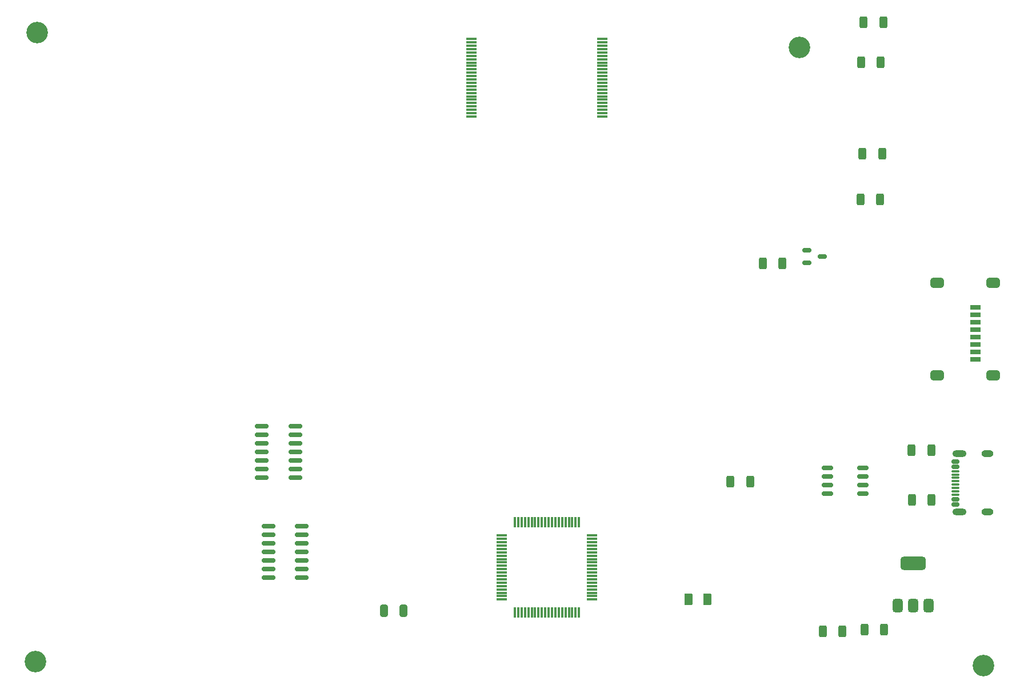
<source format=gtp>
G04 #@! TF.GenerationSoftware,KiCad,Pcbnew,9.0.1*
G04 #@! TF.CreationDate,2025-09-03T14:35:04-07:00*
G04 #@! TF.ProjectId,Project68,50726f6a-6563-4743-9638-2e6b69636164,rev?*
G04 #@! TF.SameCoordinates,Original*
G04 #@! TF.FileFunction,Paste,Top*
G04 #@! TF.FilePolarity,Positive*
%FSLAX46Y46*%
G04 Gerber Fmt 4.6, Leading zero omitted, Abs format (unit mm)*
G04 Created by KiCad (PCBNEW 9.0.1) date 2025-09-03 14:35:04*
%MOMM*%
%LPD*%
G01*
G04 APERTURE LIST*
G04 Aperture macros list*
%AMRoundRect*
0 Rectangle with rounded corners*
0 $1 Rounding radius*
0 $2 $3 $4 $5 $6 $7 $8 $9 X,Y pos of 4 corners*
0 Add a 4 corners polygon primitive as box body*
4,1,4,$2,$3,$4,$5,$6,$7,$8,$9,$2,$3,0*
0 Add four circle primitives for the rounded corners*
1,1,$1+$1,$2,$3*
1,1,$1+$1,$4,$5*
1,1,$1+$1,$6,$7*
1,1,$1+$1,$8,$9*
0 Add four rect primitives between the rounded corners*
20,1,$1+$1,$2,$3,$4,$5,0*
20,1,$1+$1,$4,$5,$6,$7,0*
20,1,$1+$1,$6,$7,$8,$9,0*
20,1,$1+$1,$8,$9,$2,$3,0*%
G04 Aperture macros list end*
%ADD10RoundRect,0.250000X-0.312500X-0.625000X0.312500X-0.625000X0.312500X0.625000X-0.312500X0.625000X0*%
%ADD11RoundRect,0.150000X-0.825000X-0.150000X0.825000X-0.150000X0.825000X0.150000X-0.825000X0.150000X0*%
%ADD12C,3.200000*%
%ADD13RoundRect,0.150000X-0.512500X-0.150000X0.512500X-0.150000X0.512500X0.150000X-0.512500X0.150000X0*%
%ADD14RoundRect,0.375000X0.375000X-0.625000X0.375000X0.625000X-0.375000X0.625000X-0.375000X-0.625000X0*%
%ADD15RoundRect,0.500000X1.400000X-0.500000X1.400000X0.500000X-1.400000X0.500000X-1.400000X-0.500000X0*%
%ADD16RoundRect,0.250000X0.375000X0.625000X-0.375000X0.625000X-0.375000X-0.625000X0.375000X-0.625000X0*%
%ADD17RoundRect,0.150000X0.425000X-0.150000X0.425000X0.150000X-0.425000X0.150000X-0.425000X-0.150000X0*%
%ADD18RoundRect,0.075000X0.500000X-0.075000X0.500000X0.075000X-0.500000X0.075000X-0.500000X-0.075000X0*%
%ADD19O,2.100000X1.000000*%
%ADD20O,1.800000X1.000000*%
%ADD21RoundRect,0.075000X0.712500X0.075000X-0.712500X0.075000X-0.712500X-0.075000X0.712500X-0.075000X0*%
%ADD22R,1.500000X0.800000*%
%ADD23RoundRect,0.362500X-0.637500X0.362500X-0.637500X-0.362500X0.637500X-0.362500X0.637500X0.362500X0*%
%ADD24RoundRect,0.150000X-0.675000X-0.150000X0.675000X-0.150000X0.675000X0.150000X-0.675000X0.150000X0*%
%ADD25RoundRect,0.035000X-0.745000X-0.105000X0.745000X-0.105000X0.745000X0.105000X-0.745000X0.105000X0*%
%ADD26RoundRect,0.035000X-0.105000X-0.745000X0.105000X-0.745000X0.105000X0.745000X-0.105000X0.745000X0*%
%ADD27RoundRect,0.250000X-0.325000X-0.650000X0.325000X-0.650000X0.325000X0.650000X-0.325000X0.650000X0*%
G04 APERTURE END LIST*
D10*
G04 #@! TO.C,R1*
X215658500Y-41500000D03*
X212733500Y-41500000D03*
G04 #@! TD*
G04 #@! TO.C,R3*
X197796000Y-77235000D03*
X200721000Y-77235000D03*
G04 #@! TD*
D11*
G04 #@! TO.C,U3*
X124546000Y-116225000D03*
X124546000Y-117495000D03*
X124546000Y-118765000D03*
X124546000Y-120035000D03*
X124546000Y-121305000D03*
X124546000Y-122575000D03*
X124546000Y-123845000D03*
X129496000Y-123845000D03*
X129496000Y-122575000D03*
X129496000Y-121305000D03*
X129496000Y-120035000D03*
X129496000Y-118765000D03*
X129496000Y-117495000D03*
X129496000Y-116225000D03*
G04 #@! TD*
D12*
G04 #@! TO.C,H3*
X230500000Y-136865000D03*
G04 #@! TD*
D13*
G04 #@! TO.C,Q1*
X204333500Y-75272500D03*
X204333500Y-77172500D03*
X206608500Y-76222500D03*
G04 #@! TD*
D14*
G04 #@! TO.C,U5*
X217783500Y-127960000D03*
X220083500Y-127960000D03*
D15*
X220083500Y-121660000D03*
D14*
X222383500Y-127960000D03*
G04 #@! TD*
D16*
G04 #@! TO.C,D1*
X189571000Y-127010000D03*
X186771000Y-127010000D03*
G04 #@! TD*
D17*
G04 #@! TO.C,J5*
X226341000Y-112980000D03*
X226341000Y-112180000D03*
D18*
X226341000Y-111030000D03*
X226341000Y-110030000D03*
X226341000Y-109530000D03*
X226341000Y-108530000D03*
D17*
X226341000Y-107380000D03*
X226341000Y-106580000D03*
X226341000Y-106580000D03*
X226341000Y-107380000D03*
D18*
X226341000Y-108030000D03*
X226341000Y-109030000D03*
X226341000Y-110530000D03*
X226341000Y-111530000D03*
D17*
X226341000Y-112180000D03*
X226341000Y-112980000D03*
D19*
X226916000Y-114100000D03*
D20*
X231096000Y-114100000D03*
D19*
X226916000Y-105460000D03*
D20*
X231096000Y-105460000D03*
G04 #@! TD*
D12*
G04 #@! TO.C,H1*
X90250000Y-43000000D03*
G04 #@! TD*
D10*
G04 #@! TO.C,R4*
X212571000Y-61010000D03*
X215496000Y-61010000D03*
G04 #@! TD*
D12*
G04 #@! TO.C,H4*
X203250000Y-45250000D03*
G04 #@! TD*
D10*
G04 #@! TO.C,R7*
X219883500Y-112285000D03*
X222808500Y-112285000D03*
G04 #@! TD*
D21*
G04 #@! TO.C,U2*
X173996000Y-55485000D03*
X173996000Y-54985000D03*
X173996000Y-54485000D03*
X173996000Y-53985000D03*
X173996000Y-53485000D03*
X173996000Y-52985000D03*
X173996000Y-52485000D03*
X173996000Y-51985000D03*
X173996000Y-51485000D03*
X173996000Y-50985000D03*
X173996000Y-50485000D03*
X173996000Y-49985000D03*
X173996000Y-49485000D03*
X173996000Y-48985000D03*
X173996000Y-48485000D03*
X173996000Y-47985000D03*
X173996000Y-47485000D03*
X173996000Y-46985000D03*
X173996000Y-46485000D03*
X173996000Y-45985000D03*
X173996000Y-45485000D03*
X173996000Y-44985000D03*
X173996000Y-44485000D03*
X173996000Y-43985000D03*
X154621000Y-43985000D03*
X154621000Y-44485000D03*
X154621000Y-44985000D03*
X154621000Y-45485000D03*
X154621000Y-45985000D03*
X154621000Y-46485000D03*
X154621000Y-46985000D03*
X154621000Y-47485000D03*
X154621000Y-47985000D03*
X154621000Y-48485000D03*
X154621000Y-48985000D03*
X154621000Y-49485000D03*
X154621000Y-49985000D03*
X154621000Y-50485000D03*
X154621000Y-50985000D03*
X154621000Y-51485000D03*
X154621000Y-51985000D03*
X154621000Y-52485000D03*
X154621000Y-52985000D03*
X154621000Y-53485000D03*
X154621000Y-53985000D03*
X154621000Y-54485000D03*
X154621000Y-54985000D03*
X154621000Y-55485000D03*
G04 #@! TD*
D22*
G04 #@! TO.C,J3*
X229346000Y-83755000D03*
X229346000Y-84855000D03*
X229346000Y-85955000D03*
X229346000Y-87055000D03*
X229346000Y-88155000D03*
X229346000Y-89255000D03*
X229346000Y-90355000D03*
X229346000Y-91455000D03*
D23*
X231946000Y-80085000D03*
X223646000Y-80085000D03*
X231946000Y-93835000D03*
X223646000Y-93835000D03*
G04 #@! TD*
D24*
G04 #@! TO.C,U6*
X207346000Y-107560000D03*
X207346000Y-108830000D03*
X207346000Y-110100000D03*
X207346000Y-111370000D03*
X212596000Y-111370000D03*
X212596000Y-110100000D03*
X212596000Y-108830000D03*
X212596000Y-107560000D03*
G04 #@! TD*
D10*
G04 #@! TO.C,R8*
X192996000Y-109560000D03*
X195921000Y-109560000D03*
G04 #@! TD*
D11*
G04 #@! TO.C,U4*
X123571000Y-101400000D03*
X123571000Y-102670000D03*
X123571000Y-103940000D03*
X123571000Y-105210000D03*
X123571000Y-106480000D03*
X123571000Y-107750000D03*
X123571000Y-109020000D03*
X128521000Y-109020000D03*
X128521000Y-107750000D03*
X128521000Y-106480000D03*
X128521000Y-105210000D03*
X128521000Y-103940000D03*
X128521000Y-102670000D03*
X128521000Y-101400000D03*
G04 #@! TD*
D10*
G04 #@! TO.C,R5*
X212271000Y-67735000D03*
X215196000Y-67735000D03*
G04 #@! TD*
G04 #@! TO.C,R2*
X212371000Y-47460000D03*
X215296000Y-47460000D03*
G04 #@! TD*
D25*
G04 #@! TO.C,U11*
X159143500Y-117560000D03*
X159143500Y-118060000D03*
X159143500Y-118560000D03*
X159143500Y-119060000D03*
X159143500Y-119560000D03*
X159143500Y-120060000D03*
X159143500Y-120560000D03*
X159143500Y-121060000D03*
X159143500Y-121560000D03*
X159143500Y-122060000D03*
X159143500Y-122560000D03*
X159143500Y-123060000D03*
X159143500Y-123560000D03*
X159143500Y-124060000D03*
X159143500Y-124560000D03*
X159143500Y-125060000D03*
X159143500Y-125560000D03*
X159143500Y-126060000D03*
X159143500Y-126560000D03*
X159143500Y-127060000D03*
D26*
X161073500Y-128990000D03*
X161573500Y-128990000D03*
X162073500Y-128990000D03*
X162573500Y-128990000D03*
X163073500Y-128990000D03*
X163573500Y-128990000D03*
X164073500Y-128990000D03*
X164573500Y-128990000D03*
X165073500Y-128990000D03*
X165573500Y-128990000D03*
X166073500Y-128990000D03*
X166573500Y-128990000D03*
X167073500Y-128990000D03*
X167573500Y-128990000D03*
X168073500Y-128990000D03*
X168573500Y-128990000D03*
X169073500Y-128990000D03*
X169573500Y-128990000D03*
X170073500Y-128990000D03*
X170573500Y-128990000D03*
D25*
X172503500Y-127060000D03*
X172503500Y-126560000D03*
X172503500Y-126060000D03*
X172503500Y-125560000D03*
X172503500Y-125060000D03*
X172503500Y-124560000D03*
X172503500Y-124060000D03*
X172503500Y-123560000D03*
X172503500Y-123060000D03*
X172503500Y-122560000D03*
X172503500Y-122060000D03*
X172503500Y-121560000D03*
X172503500Y-121060000D03*
X172503500Y-120560000D03*
X172503500Y-120060000D03*
X172503500Y-119560000D03*
X172503500Y-119060000D03*
X172503500Y-118560000D03*
X172503500Y-118060000D03*
X172503500Y-117560000D03*
D26*
X170573500Y-115630000D03*
X170073500Y-115630000D03*
X169573500Y-115630000D03*
X169073500Y-115630000D03*
X168573500Y-115630000D03*
X168073500Y-115630000D03*
X167573500Y-115630000D03*
X167073500Y-115630000D03*
X166573500Y-115630000D03*
X166073500Y-115630000D03*
X165573500Y-115630000D03*
X165073500Y-115630000D03*
X164573500Y-115630000D03*
X164073500Y-115630000D03*
X163573500Y-115630000D03*
X163073500Y-115630000D03*
X162573500Y-115630000D03*
X162073500Y-115630000D03*
X161573500Y-115630000D03*
X161073500Y-115630000D03*
G04 #@! TD*
D10*
G04 #@! TO.C,R6*
X219871000Y-104960000D03*
X222796000Y-104960000D03*
G04 #@! TD*
G04 #@! TO.C,R10*
X206671000Y-131785000D03*
X209596000Y-131785000D03*
G04 #@! TD*
G04 #@! TO.C,R9*
X212846000Y-131535000D03*
X215771000Y-131535000D03*
G04 #@! TD*
D27*
G04 #@! TO.C,C2*
X141646000Y-128685000D03*
X144596000Y-128685000D03*
G04 #@! TD*
D12*
G04 #@! TO.C,H2*
X90000000Y-136250000D03*
G04 #@! TD*
M02*

</source>
